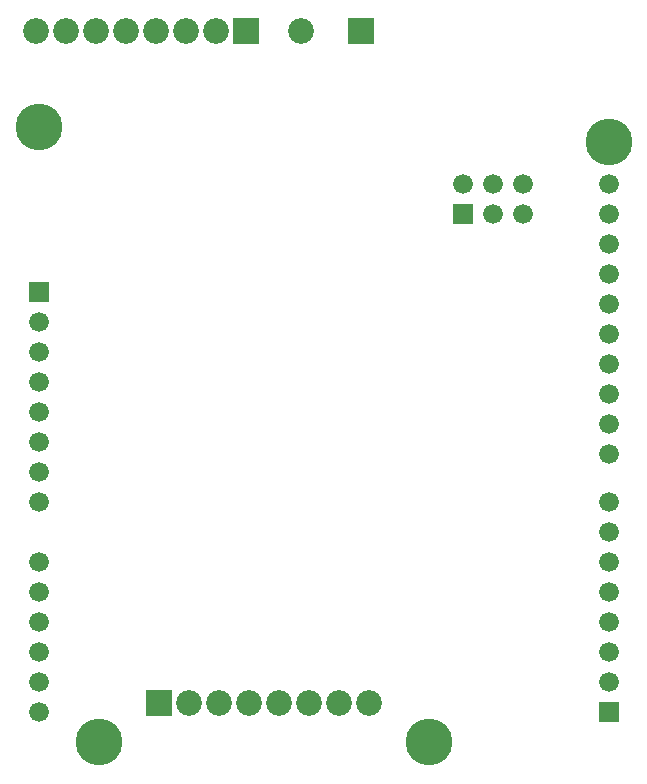
<source format=gbr>
G04 start of page 7 for group -4062 idx -4062 *
G04 Title: (unknown), soldermask *
G04 Creator: pcb 20110918 *
G04 CreationDate: Tue 04 Nov 2014 07:01:43 PM GMT UTC *
G04 For: railfan *
G04 Format: Gerber/RS-274X *
G04 PCB-Dimensions: 210000 270000 *
G04 PCB-Coordinate-Origin: lower left *
%MOIN*%
%FSLAX25Y25*%
%LNBOTTOMMASK*%
%ADD66C,0.0860*%
%ADD65C,0.1560*%
%ADD64C,0.0660*%
%ADD63C,0.0001*%
G54D63*G36*
X196700Y23300D02*Y16700D01*
X203300D01*
Y23300D01*
X196700D01*
G37*
G54D64*X200000Y30000D03*
Y40000D03*
Y50000D03*
Y60000D03*
Y70000D03*
G54D65*X140000Y10000D03*
G54D64*X10000Y130000D03*
Y120000D03*
Y110000D03*
Y100000D03*
G54D63*G36*
X6700Y163300D02*Y156700D01*
X13300D01*
Y163300D01*
X6700D01*
G37*
G54D64*X10000Y150000D03*
Y140000D03*
G54D65*Y215000D03*
G54D63*G36*
X74700Y251300D02*Y242700D01*
X83300D01*
Y251300D01*
X74700D01*
G37*
G36*
X113200D02*Y242700D01*
X121800D01*
Y251300D01*
X113200D01*
G37*
G54D66*X97500Y247000D03*
X69000D03*
X59000D03*
X49000D03*
X39000D03*
X29000D03*
X19000D03*
X9000D03*
G54D64*X200000Y80000D03*
Y90000D03*
Y106000D03*
Y116000D03*
Y126000D03*
Y136000D03*
Y146000D03*
Y156000D03*
Y166000D03*
Y176000D03*
Y186000D03*
Y196000D03*
G54D65*Y210000D03*
G54D63*G36*
X148200Y189300D02*Y182700D01*
X154800D01*
Y189300D01*
X148200D01*
G37*
G54D64*X161500Y186000D03*
X171500D03*
X151500Y196000D03*
X161500D03*
X171500D03*
X10000Y90000D03*
Y70000D03*
Y60000D03*
Y50000D03*
Y40000D03*
Y30000D03*
Y20000D03*
G54D65*X30000Y10000D03*
G54D63*G36*
X45700Y27300D02*Y18700D01*
X54300D01*
Y27300D01*
X45700D01*
G37*
G54D66*X60000Y23000D03*
X70000D03*
X80000D03*
X90000D03*
X100000D03*
X110000D03*
X120000D03*
M02*

</source>
